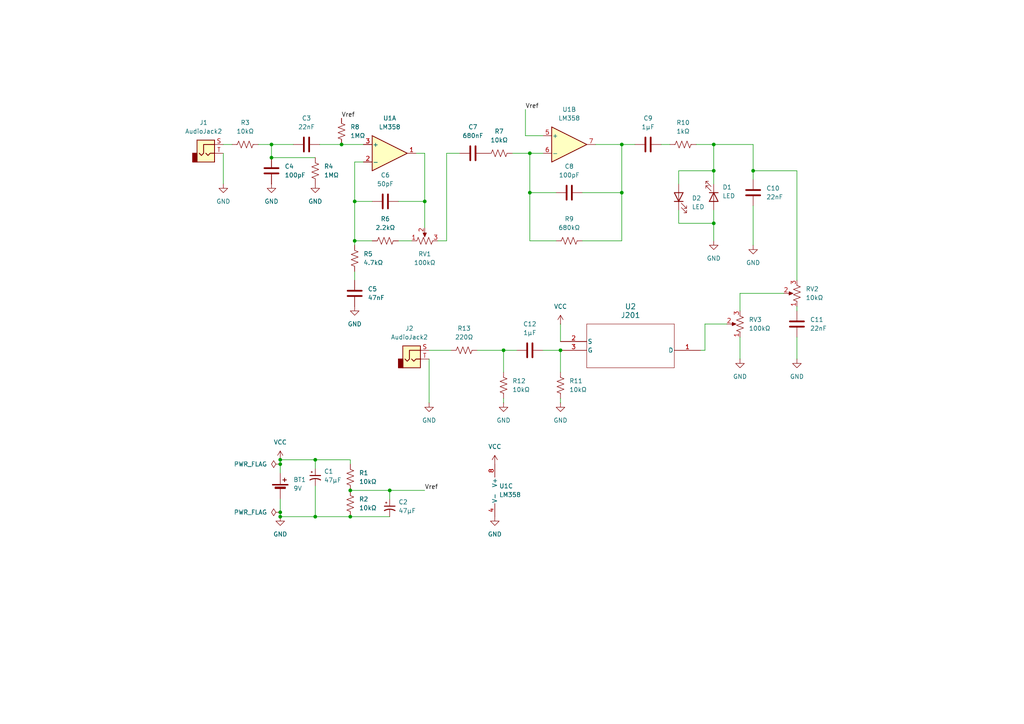
<source format=kicad_sch>
(kicad_sch (version 20250114) (generator "eeschema") (generator_version "9.0")
  (paper "A4")
  (title_block (title "Bone XL Distortion") (date "2025-07-16") (rev "1.0.0"))
  (lib_symbols
    (symbol "Amplifier_Operational:LM358" (pin_names (offset 0.127))
      (property "Reference" "U" (at 0 5.08 0))
      (property "Value" "LM358" (at 0 -5.08 0))
      (symbol "LM358_1_1"
        (polyline (pts (xy -5.08 5.08) (xy 5.08 0) (xy -5.08 -5.08) (xy -5.08 5.08)) (stroke (width 0.254)) (fill (type background)))
        (pin input line (at -7.62 2.54 0) (length 2.54) (name "+") (number "3"))
        (pin input line (at -7.62 -2.54 0) (length 2.54) (name "-") (number "2"))
        (pin output line (at 7.62 0 180) (length 2.54) (name "~") (number "1"))
      )
      (symbol "LM358_2_1"
        (polyline (pts (xy -5.08 5.08) (xy 5.08 0) (xy -5.08 -5.08) (xy -5.08 5.08)) (stroke (width 0.254)) (fill (type background)))
        (pin input line (at -7.62 2.54 0) (length 2.54) (name "+") (number "5"))
        (pin input line (at -7.62 -2.54 0) (length 2.54) (name "-") (number "6"))
        (pin output line (at 7.62 0 180) (length 2.54) (name "~") (number "7"))
      )
      (symbol "LM358_3_1"
        (pin power_in line (at -2.54 7.62 270) (length 3.81) (name "V+") (number "8"))
        (pin power_in line (at -2.54 -7.62 90) (length 3.81) (name "V-") (number "4"))
      )
    )
    (symbol "Connector_Audio:AudioJack2"
      (property "Reference" "J" (at 0 8.89 0))
      (property "Value" "AudioJack2" (at 0 6.35 0))
      (symbol "AudioJack2_0_1"
        (rectangle (start -3.81 0) (end -2.54 -2.54) (stroke (width 0.254)) (fill (type outline)))
        (rectangle (start -2.54 3.81) (end 2.54 -2.54) (stroke (width 0.254)) (fill (type background)))
        (polyline (pts (xy 0 0) (xy 0.635 -0.635) (xy 1.27 0) (xy 2.54 0)) (stroke (width 0.254)))
        (polyline (pts (xy 2.54 2.54) (xy -0.635 2.54) (xy -0.635 0) (xy -1.27 -0.635) (xy -1.905 0)) (stroke (width 0.254)))
      )
      (symbol "AudioJack2_1_1"
        (pin passive line (at 5.08 2.54 180) (length 2.54) (name "~") (number "S"))
        (pin passive line (at 5.08 0 180) (length 2.54) (name "~") (number "T"))
      )
    )
    (symbol "Device:Battery_Cell" (pin_numbers (hide yes)) (pin_names (offset 0) (hide yes))
      (property "Reference" "BT" (at 2.54 2.54 0))
      (property "Value" "Battery_Cell" (at 2.54 0 0))
      (symbol "Battery_Cell_0_1"
        (rectangle (start -2.286 1.778) (end 2.286 1.524) (fill (type outline)))
        (rectangle (start -1.524 1.016) (end 1.524 0.508) (fill (type outline)))
        (polyline (pts (xy 0 1.778) (xy 0 2.54)))
        (polyline (pts (xy 0 0.762) (xy 0 0)))
        (polyline (pts (xy 0.762 3.048) (xy 1.778 3.048)) (stroke (width 0.254)))
        (polyline (pts (xy 1.27 3.556) (xy 1.27 2.54)) (stroke (width 0.254)))
      )
      (symbol "Battery_Cell_1_1"
        (pin passive line (at 0 5.08 270) (length 2.54) (name "+") (number "1"))
        (pin passive line (at 0 -2.54 90) (length 2.54) (name "-") (number "2"))
      )
    )
    (symbol "Device:C" (pin_numbers (hide yes)) (pin_names (offset 0.254))
      (property "Reference" "C" (at 0.635 2.54 0))
      (property "Value" "C" (at 0.635 -2.54 0))
      (symbol "C_0_1"
        (polyline (pts (xy -2.032 0.762) (xy 2.032 0.762)) (stroke (width 0.508)))
        (polyline (pts (xy -2.032 -0.762) (xy 2.032 -0.762)) (stroke (width 0.508)))
      )
      (symbol "C_1_1"
        (pin passive line (at 0 3.81 270) (length 2.794) (name "~") (number "1"))
        (pin passive line (at 0 -3.81 90) (length 2.794) (name "~") (number "2"))
      )
    )
    (symbol "Device:C_Polarized_Small_US" (pin_numbers (hide yes)) (pin_names (offset 0.254) (hide yes))
      (property "Reference" "C" (at 0.254 1.778 0))
      (property "Value" "C_Polarized_Small_US" (at 0.254 -2.032 0))
      (symbol "C_Polarized_Small_US_0_1"
        (polyline (pts (xy -1.524 0.508) (xy 1.524 0.508)) (stroke (width 0.3048)))
        (polyline (pts (xy -1.27 1.524) (xy -0.762 1.524)))
        (polyline (pts (xy -1.016 1.27) (xy -1.016 1.778)))
        (arc (start -1.524 -0.762) (mid 0 -0.3734) (end 1.524 -0.762) (stroke (width 0.3048)))
      )
      (symbol "C_Polarized_Small_US_1_1"
        (pin passive line (at 0 2.54 270) (length 2.032) (name "~") (number "1"))
        (pin passive line (at 0 -2.54 90) (length 2.032) (name "~") (number "2"))
      )
    )
    (symbol "Device:LED" (pin_numbers (hide yes)) (pin_names (offset 1.016) (hide yes))
      (property "Reference" "D" (at 0 2.54 0))
      (property "Value" "LED" (at 0 -2.54 0))
      (symbol "LED_0_1"
        (polyline (pts (xy -3.048 -0.762) (xy -4.572 -2.286) (xy -3.81 -2.286) (xy -4.572 -2.286) (xy -4.572 -1.524)))
        (polyline (pts (xy -1.778 -0.762) (xy -3.302 -2.286) (xy -2.54 -2.286) (xy -3.302 -2.286) (xy -3.302 -1.524)))
        (polyline (pts (xy -1.27 0) (xy 1.27 0)))
        (polyline (pts (xy -1.27 -1.27) (xy -1.27 1.27)) (stroke (width 0.254)))
        (polyline (pts (xy 1.27 -1.27) (xy 1.27 1.27) (xy -1.27 0) (xy 1.27 -1.27)) (stroke (width 0.254)))
      )
      (symbol "LED_1_1"
        (pin passive line (at -3.81 0 0) (length 2.54) (name "K") (number "1"))
        (pin passive line (at 3.81 0 180) (length 2.54) (name "A") (number "2"))
      )
    )
    (symbol "Device:R_Potentiometer_US" (pin_names (offset 1.016) (hide yes))
      (property "Reference" "RV" (at -4.445 0 90))
      (property "Value" "R_Potentiometer_US" (at -2.54 0 90))
      (symbol "R_Potentiometer_US_0_1"
        (polyline (pts (xy 0 2.54) (xy 0 2.286)))
        (polyline (pts (xy 0 2.286) (xy 1.016 1.905) (xy 0 1.524) (xy -1.016 1.143) (xy 0 0.762)))
        (polyline (pts (xy 0 0.762) (xy 1.016 0.381) (xy 0 0) (xy -1.016 -0.381) (xy 0 -0.762)))
        (polyline (pts (xy 0 -0.762) (xy 1.016 -1.143) (xy 0 -1.524) (xy -1.016 -1.905) (xy 0 -2.286)))
        (polyline (pts (xy 0 -2.286) (xy 0 -2.54)))
        (polyline (pts (xy 1.143 0) (xy 2.286 0.508) (xy 2.286 -0.508) (xy 1.143 0)) (fill (type outline)))
        (polyline (pts (xy 2.54 0) (xy 1.524 0)))
      )
      (symbol "R_Potentiometer_US_1_1"
        (pin passive line (at 0 3.81 270) (length 1.27) (name "1") (number "1"))
        (pin passive line (at 0 -3.81 90) (length 1.27) (name "3") (number "3"))
        (pin passive line (at 3.81 0 180) (length 1.27) (name "2") (number "2"))
      )
    )
    (symbol "Device:R_US" (pin_numbers (hide yes)) (pin_names (offset 0))
      (property "Reference" "R" (at 2.54 0 90))
      (property "Value" "R_US" (at -2.54 0 90))
      (symbol "R_US_0_1"
        (polyline (pts (xy 0 2.286) (xy 0 2.54)))
        (polyline (pts (xy 0 2.286) (xy 1.016 1.905) (xy 0 1.524) (xy -1.016 1.143) (xy 0 0.762)))
        (polyline (pts (xy 0 0.762) (xy 1.016 0.381) (xy 0 0) (xy -1.016 -0.381) (xy 0 -0.762)))
        (polyline (pts (xy 0 -0.762) (xy 1.016 -1.143) (xy 0 -1.524) (xy -1.016 -1.905) (xy 0 -2.286)))
        (polyline (pts (xy 0 -2.286) (xy 0 -2.54)))
      )
      (symbol "R_US_1_1"
        (pin passive line (at 0 3.81 270) (length 1.27) (name "~") (number "1"))
        (pin passive line (at 0 -3.81 90) (length 1.27) (name "~") (number "2"))
      )
    )
    (symbol "J201:J201" (pin_names (offset 0.254))
      (property "Reference" "U" (at 20.32 10.16 0))
      (property "Value" "J201" (at 20.32 7.62 0))
      (symbol "J201_0_1"
        (polyline (pts (xy 7.62 5.08) (xy 7.62 -7.62)) (stroke (width 0.127)))
        (polyline (pts (xy 7.62 -7.62) (xy 33.02 -7.62)) (stroke (width 0.127)))
        (polyline (pts (xy 33.02 5.08) (xy 7.62 5.08)) (stroke (width 0.127)))
        (polyline (pts (xy 33.02 -7.62) (xy 33.02 5.08)) (stroke (width 0.127)))
        (pin input line (at 0 0 0) (length 7.62) (name "D") (number "1"))
      )
      (symbol "J201_1_1"
        (pin output line (at 40.64 0 180) (length 7.62) (name "G") (number "3"))
        (pin power_in line (at 40.64 -2.54 180) (length 7.62) (name "S") (number "2"))
      )
    )
    (symbol "LED_1" (pin_numbers (hide yes)) (pin_names (offset 1.016) (hide yes))
      (property "Reference" "D" (at 0 2.54 0))
      (property "Value" "LED" (at 0 -2.54 0))
      (symbol "LED_1_0_1"
        (polyline (pts (xy -3.048 -0.762) (xy -4.572 -2.286) (xy -3.81 -2.286) (xy -4.572 -2.286) (xy -4.572 -1.524)))
        (polyline (pts (xy -1.778 -0.762) (xy -3.302 -2.286) (xy -2.54 -2.286) (xy -3.302 -2.286) (xy -3.302 -1.524)))
        (polyline (pts (xy -1.27 0) (xy 1.27 0)))
        (polyline (pts (xy -1.27 -1.27) (xy -1.27 1.27)) (stroke (width 0.254)))
        (polyline (pts (xy 1.27 -1.27) (xy 1.27 1.27) (xy -1.27 0) (xy 1.27 -1.27)) (stroke (width 0.254)))
      )
      (symbol "LED_1_1_1"
        (pin passive line (at -3.81 0 0) (length 2.54) (name "K") (number "1"))
        (pin passive line (at 3.81 0 180) (length 2.54) (name "A") (number "2"))
      )
    )
    (symbol "power:GND" (power) (pin_numbers (hide yes)) (pin_names (offset 0) (hide yes))
      (property "Value" "GND" (at 0 -3.81 0))
      (symbol "GND_0_1"
        (polyline (pts (xy 0 0) (xy 0 -1.27) (xy 1.27 -1.27) (xy 0 -2.54) (xy -1.27 -1.27) (xy 0 -1.27)))
      )
      (symbol "GND_1_1"
        (pin power_in line (at 0 0 270) (length 0) (name "~") (number "1"))
      )
    )
    (symbol "power:PWR_FLAG" (power) (pin_numbers (hide yes)) (pin_names (offset 0) (hide yes))
      (property "Value" "PWR_FLAG" (at 0 3.81 0))
      (symbol "PWR_FLAG_0_0"
        (pin power_out line (at 0 0 90) (length 0) (name "~") (number "1"))
      )
      (symbol "PWR_FLAG_0_1"
        (polyline (pts (xy 0 0) (xy 0 1.27) (xy -1.016 1.905) (xy 0 2.54) (xy 1.016 1.905) (xy 0 1.27)))
      )
    )
    (symbol "power:VCC" (power) (pin_numbers (hide yes)) (pin_names (offset 0) (hide yes))
      (property "Value" "VCC" (at 0 3.556 0))
      (symbol "VCC_0_1"
        (polyline (pts (xy -0.762 1.27) (xy 0 2.54)))
        (polyline (pts (xy 0 2.54) (xy 0.762 1.27)))
        (polyline (pts (xy 0 0) (xy 0 2.54)))
      )
      (symbol "VCC_1_1"
        (pin power_in line (at 0 0 90) (length 0) (name "~") (number "1"))
      )
    )
  )
  (junction (at 81.28 134.62))
  (junction (at 162.56 101.6))
  (junction (at 101.6 142.24))
  (junction (at 102.87 69.85))
  (junction (at 91.44 149.86))
  (junction (at 207.01 41.91))
  (junction (at 180.34 55.88))
  (junction (at 81.28 133.35))
  (junction (at 78.74 41.91))
  (junction (at 102.87 58.42))
  (junction (at 81.28 148.59))
  (junction (at 113.03 142.24))
  (junction (at 99.06 41.91))
  (junction (at 123.19 58.42))
  (junction (at 78.74 45.72))
  (junction (at 180.34 41.91))
  (junction (at 153.67 55.88))
  (junction (at 207.01 49.53))
  (junction (at 153.67 44.45))
  (junction (at 207.01 64.77))
  (junction (at 91.44 133.35))
  (junction (at 101.6 149.86))
  (junction (at 81.28 149.86))
  (junction (at 146.05 101.6))
  (junction (at 218.44 49.53))
  (wire (pts (xy 168.91 69.85) (xy 180.34 69.85)))
  (wire (pts (xy 180.34 55.88) (xy 180.34 41.91)))
  (wire (pts (xy 113.03 142.24) (xy 123.19 142.24)))
  (wire (pts (xy 146.05 101.6) (xy 146.05 107.95)))
  (wire (pts (xy 218.44 49.53) (xy 218.44 52.07)))
  (wire (pts (xy 218.44 41.91) (xy 218.44 49.53)))
  (wire (pts (xy 204.47 101.6) (xy 204.47 93.98)))
  (wire (pts (xy 81.28 149.86) (xy 81.28 148.59)))
  (wire (pts (xy 91.44 140.97) (xy 91.44 149.86)))
  (wire (pts (xy 214.63 85.09) (xy 227.33 85.09)))
  (wire (pts (xy 78.74 41.91) (xy 85.09 41.91)))
  (wire (pts (xy 115.57 69.85) (xy 119.38 69.85)))
  (wire (pts (xy 124.46 101.6) (xy 130.81 101.6)))
  (wire (pts (xy 218.44 59.69) (xy 218.44 71.12)))
  (wire (pts (xy 91.44 133.35) (xy 91.44 135.89)))
  (wire (pts (xy 161.29 69.85) (xy 153.67 69.85)))
  (wire (pts (xy 196.85 64.77) (xy 207.01 64.77)))
  (wire (pts (xy 74.93 41.91) (xy 78.74 41.91)))
  (wire (pts (xy 102.87 81.28) (xy 102.87 78.74)))
  (wire (pts (xy 78.74 45.72) (xy 91.44 45.72)))
  (wire (pts (xy 201.93 41.91) (xy 207.01 41.91)))
  (wire (pts (xy 207.01 41.91) (xy 218.44 41.91)))
  (wire (pts (xy 102.87 58.42) (xy 107.95 58.42)))
  (wire (pts (xy 102.87 69.85) (xy 102.87 71.12)))
  (wire (pts (xy 102.87 46.99) (xy 102.87 58.42)))
  (wire (pts (xy 91.44 133.35) (xy 101.6 133.35)))
  (wire (pts (xy 157.48 44.45) (xy 153.67 44.45)))
  (wire (pts (xy 129.54 44.45) (xy 133.35 44.45)))
  (wire (pts (xy 115.57 58.42) (xy 123.19 58.42)))
  (wire (pts (xy 207.01 49.53) (xy 196.85 49.53)))
  (wire (pts (xy 113.03 149.86) (xy 101.6 149.86)))
  (wire (pts (xy 153.67 44.45) (xy 148.59 44.45)))
  (wire (pts (xy 101.6 149.86) (xy 91.44 149.86)))
  (wire (pts (xy 184.15 41.91) (xy 180.34 41.91)))
  (wire (pts (xy 157.48 39.37) (xy 152.4 39.37)))
  (wire (pts (xy 153.67 69.85) (xy 153.67 55.88)))
  (wire (pts (xy 231.14 97.79) (xy 231.14 104.14)))
  (wire (pts (xy 64.77 44.45) (xy 64.77 53.34)))
  (wire (pts (xy 207.01 49.53) (xy 207.01 53.34)))
  (wire (pts (xy 180.34 69.85) (xy 180.34 55.88)))
  (wire (pts (xy 152.4 31.75) (xy 152.4 39.37)))
  (wire (pts (xy 101.6 133.35) (xy 101.6 134.62)))
  (wire (pts (xy 214.63 85.09) (xy 214.63 90.17)))
  (wire (pts (xy 162.56 101.6) (xy 162.56 107.95)))
  (wire (pts (xy 102.87 46.99) (xy 105.41 46.99)))
  (wire (pts (xy 127 69.85) (xy 129.54 69.85)))
  (wire (pts (xy 196.85 60.96) (xy 196.85 64.77)))
  (wire (pts (xy 204.47 93.98) (xy 210.82 93.98)))
  (wire (pts (xy 214.63 97.79) (xy 214.63 104.14)))
  (wire (pts (xy 99.06 41.91) (xy 105.41 41.91)))
  (wire (pts (xy 102.87 69.85) (xy 107.95 69.85)))
  (wire (pts (xy 161.29 55.88) (xy 153.67 55.88)))
  (wire (pts (xy 153.67 55.88) (xy 153.67 44.45)))
  (wire (pts (xy 78.74 41.91) (xy 78.74 45.72)))
  (wire (pts (xy 149.86 101.6) (xy 146.05 101.6)))
  (wire (pts (xy 91.44 149.86) (xy 81.28 149.86)))
  (wire (pts (xy 120.65 44.45) (xy 123.19 44.45)))
  (wire (pts (xy 207.01 60.96) (xy 207.01 64.77)))
  (wire (pts (xy 162.56 115.57) (xy 162.56 116.84)))
  (wire (pts (xy 81.28 133.35) (xy 91.44 133.35)))
  (wire (pts (xy 194.31 41.91) (xy 191.77 41.91)))
  (wire (pts (xy 203.2 101.6) (xy 204.47 101.6)))
  (wire (pts (xy 168.91 55.88) (xy 180.34 55.88)))
  (wire (pts (xy 172.72 41.91) (xy 180.34 41.91)))
  (wire (pts (xy 113.03 142.24) (xy 113.03 144.78)))
  (wire (pts (xy 231.14 88.9) (xy 231.14 90.17)))
  (wire (pts (xy 123.19 58.42) (xy 123.19 66.04)))
  (wire (pts (xy 162.56 93.98) (xy 162.56 99.06)))
  (wire (pts (xy 138.43 101.6) (xy 146.05 101.6)))
  (wire (pts (xy 207.01 41.91) (xy 207.01 49.53)))
  (wire (pts (xy 162.56 101.6) (xy 157.48 101.6)))
  (wire (pts (xy 102.87 58.42) (xy 102.87 69.85)))
  (wire (pts (xy 92.71 41.91) (xy 99.06 41.91)))
  (wire (pts (xy 146.05 115.57) (xy 146.05 116.84)))
  (wire (pts (xy 196.85 49.53) (xy 196.85 53.34)))
  (wire (pts (xy 81.28 144.78) (xy 81.28 148.59)))
  (wire (pts (xy 207.01 64.77) (xy 207.01 69.85)))
  (wire (pts (xy 129.54 69.85) (xy 129.54 44.45)))
  (wire (pts (xy 218.44 49.53) (xy 231.14 49.53)))
  (wire (pts (xy 124.46 104.14) (xy 124.46 116.84)))
  (wire (pts (xy 231.14 49.53) (xy 231.14 81.28)))
  (wire (pts (xy 81.28 134.62) (xy 81.28 133.35)))
  (wire (pts (xy 64.77 41.91) (xy 67.31 41.91)))
  (wire (pts (xy 101.6 142.24) (xy 113.03 142.24)))
  (wire (pts (xy 81.28 137.16) (xy 81.28 134.62)))
  (wire (pts (xy 123.19 44.45) (xy 123.19 58.42)))
  (label "Vref" (at 123.19 142.24 0))
  (label "Vref" (at 152.4 31.75 0))
  (label "Vref" (at 99.06 34.29 0))
  (symbol (lib_id "Device:LED") (at 207.01 57.15 270) (unit 1)
    (property "Reference" "D1" (at 209.55 54.2924 90) (effects (justify left)))
    (property "Value" "LED" (at 209.55 56.8324 90) (effects (justify left)))
    (property "Footprint" "LED_THT:LED_D3.0mm" (effects (hide yes)))
    (property "Description" "Light emitting diode" (effects (hide yes)))
    (property "Sim.Pins" "1=K 2=A" (effects (hide yes)))
  )
  (symbol (lib_id "power:VCC") (at 143.51 134.62 0) (unit 1)
    (property "Reference" "#PWR015" (effects (hide yes)))
    (property "Value" "VCC" (at 143.51 129.54 0))
    (property "Description" "Power symbol creates a global label with name \"VCC\"" (effects (hide yes)))
  )
  (symbol (lib_id "power:GND") (at 64.77 53.34 0) (unit 1)
    (property "Reference" "#PWR03" (effects (hide yes)))
    (property "Value" "GND" (at 64.77 58.42 0))
    (property "Description" "Power symbol creates a global label with name \"GND\" , ground" (effects (hide yes)))
  )
  (symbol (lib_id "Device:Battery_Cell") (at 81.28 142.24 0) (unit 1)
    (property "Reference" "BT1" (at 85.09 139.1284 0) (effects (justify left)))
    (property "Value" "9V" (at 85.09 141.6684 0) (effects (justify left)))
    (property "Footprint" "standard_symbols:THT_Wire_Holes_x2" (effects (hide yes)))
    (property "Description" "Single-cell battery" (effects (hide yes)))
  )
  (symbol (lib_id "power:GND") (at 78.74 53.34 0) (unit 1)
    (property "Reference" "#PWR04" (effects (hide yes)))
    (property "Value" "GND" (at 78.74 58.42 0))
    (property "Description" "Power symbol creates a global label with name \"GND\" , ground" (effects (hide yes)))
  )
  (symbol (lib_id "Device:R_US") (at 71.12 41.91 90) (unit 1)
    (property "Reference" "R3" (at 71.12 35.56 90))
    (property "Value" "10kΩ" (at 71.12 38.1 90))
    (property "Footprint" "Resistor_THT:R_Axial_DIN0309_L9.0mm_D3.2mm_P12.70mm_Horizontal" (effects (hide yes)))
    (property "Description" "Resistor, US symbol" (effects (hide yes)))
  )
  (symbol (lib_id "Device:C_Polarized_Small_US") (at 113.03 147.32 0) (unit 1)
    (property "Reference" "C2" (at 115.57 145.6181 0) (effects (justify left)))
    (property "Value" "47µF" (at 115.57 148.1581 0) (effects (justify left)))
    (property "Footprint" "Capacitor_THT:CP_Radial_D6.3mm_P2.50mm" (effects (hide yes)))
    (property "Description" "Polarized capacitor, small US symbol" (effects (hide yes)))
  )
  (symbol (lib_id "Device:C") (at 137.16 44.45 90) (unit 1)
    (property "Reference" "C7" (at 137.16 36.83 90))
    (property "Value" "680nF" (at 137.16 39.37 90))
    (property "Footprint" "Capacitor_THT:C_Disc_D3.0mm_W2.0mm_P2.50mm" (effects (hide yes)))
    (property "Description" "Unpolarized capacitor" (effects (hide yes)))
  )
  (symbol (lib_id "Device:R_US") (at 102.87 74.93 0) (unit 1)
    (property "Reference" "R5" (at 105.41 73.6599 0) (effects (justify left)))
    (property "Value" "4.7kΩ" (at 105.41 76.1999 0) (effects (justify left)))
    (property "Footprint" "Resistor_THT:R_Axial_DIN0309_L9.0mm_D3.2mm_P12.70mm_Horizontal" (effects (hide yes)))
    (property "Description" "Resistor, US symbol" (effects (hide yes)))
  )
  (symbol (lib_id "Device:R_US") (at 198.12 41.91 90) (unit 1)
    (property "Reference" "R10" (at 198.12 35.56 90))
    (property "Value" "1kΩ" (at 198.12 38.1 90))
    (property "Footprint" "Resistor_THT:R_Axial_DIN0309_L9.0mm_D3.2mm_P12.70mm_Horizontal" (effects (hide yes)))
    (property "Description" "Resistor, US symbol" (effects (hide yes)))
  )
  (symbol (lib_id "power:VCC") (at 81.28 133.35 0) (unit 1)
    (property "Reference" "#PWR01" (effects (hide yes)))
    (property "Value" "VCC" (at 81.28 128.27 0))
    (property "Description" "Power symbol creates a global label with name \"VCC\"" (effects (hide yes)))
  )
  (symbol (lib_id "Amplifier_Operational:LM358") (at 113.03 44.45 0) (unit 1)
    (property "Reference" "U1" (at 113.03 34.29 0))
    (property "Value" "LM358" (at 113.03 36.83 0))
    (property "Footprint" "Package_DIP:DIP-8_W7.62mm" (effects (hide yes)))
    (property "Datasheet" "http://www.ti.com/lit/ds/symlink/lm2904-n.pdf" (effects (hide yes)))
    (property "Description" "Low-Power, Dual Operational Amplifiers, DIP-8/SOIC-8/TO-99-8" (effects (hide yes)))
  )
  (symbol (lib_id "Connector_Audio:AudioJack2") (at 59.69 44.45 0) (unit 1)
    (property "Reference" "J1" (at 59.055 35.56 0))
    (property "Value" "AudioJack2" (at 59.055 38.1 0))
    (property "Footprint" "standard_symbols:THT_Offboard_Audio" (effects (hide yes)))
    (property "Description" "Audio Jack, 2 Poles (Mono / TS)" (effects (hide yes)))
  )
  (symbol (lib_id "power:PWR_FLAG") (at 81.28 148.59 90) (unit 1)
    (property "Reference" "#FLG02" (effects (hide yes)))
    (property "Value" "PWR_FLAG" (at 77.47 148.5899 90) (effects (justify left)))
    (property "Description" "Special symbol for telling ERC where power comes from" (effects (hide yes)))
  )
  (symbol (lib_id "Device:R_US") (at 165.1 69.85 90) (unit 1)
    (property "Reference" "R9" (at 165.1 63.5 90))
    (property "Value" "680kΩ" (at 165.1 66.04 90))
    (property "Footprint" "Resistor_THT:R_Axial_DIN0309_L9.0mm_D3.2mm_P12.70mm_Horizontal" (effects (hide yes)))
    (property "Description" "Resistor, US symbol" (effects (hide yes)))
  )
  (symbol (lib_id "Device:R_US") (at 146.05 111.76 0) (unit 1)
    (property "Reference" "R12" (at 148.59 110.4899 0) (effects (justify left)))
    (property "Value" "10kΩ" (at 148.59 113.0299 0) (effects (justify left)))
    (property "Footprint" "Resistor_THT:R_Axial_DIN0309_L9.0mm_D3.2mm_P12.70mm_Horizontal" (effects (hide yes)))
    (property "Description" "Resistor, US symbol" (effects (hide yes)))
  )
  (symbol (lib_id "Device:R_US") (at 101.6 146.05 0) (unit 1)
    (property "Reference" "R2" (at 104.14 144.7799 0) (effects (justify left)))
    (property "Value" "10kΩ" (at 104.14 147.3199 0) (effects (justify left)))
    (property "Footprint" "Resistor_THT:R_Axial_DIN0207_L6.3mm_D2.5mm_P5.08mm_Vertical" (effects (hide yes)))
    (property "Description" "Resistor, US symbol" (effects (hide yes)))
  )
  (symbol (lib_id "power:PWR_FLAG") (at 81.28 134.62 90) (unit 1)
    (property "Reference" "#FLG01" (effects (hide yes)))
    (property "Value" "PWR_FLAG" (at 77.47 134.6199 90) (effects (justify left)))
    (property "Description" "Special symbol for telling ERC where power comes from" (effects (hide yes)))
  )
  (symbol (lib_id "Device:C") (at 153.67 101.6 90) (unit 1)
    (property "Reference" "C12" (at 153.67 93.98 90))
    (property "Value" "1µF" (at 153.67 96.52 90))
    (property "Footprint" "Capacitor_THT:C_Disc_D3.0mm_W2.0mm_P2.50mm" (effects (hide yes)))
    (property "Description" "Unpolarized capacitor" (effects (hide yes)))
  )
  (symbol (lib_id "power:GND") (at 146.05 116.84 0) (unit 1)
    (property "Reference" "#PWR013" (effects (hide yes)))
    (property "Value" "GND" (at 146.05 121.92 0))
    (property "Description" "Power symbol creates a global label with name \"GND\" , ground" (effects (hide yes)))
  )
  (symbol (lib_id "Amplifier_Operational:LM358") (at 165.1 41.91 0) (unit 2)
    (property "Reference" "U1" (at 165.1 31.75 0))
    (property "Value" "LM358" (at 165.1 34.29 0))
    (property "Footprint" "Package_DIP:DIP-8_W7.62mm" (effects (hide yes)))
    (property "Datasheet" "http://www.ti.com/lit/ds/symlink/lm2904-n.pdf" (effects (hide yes)))
    (property "Description" "Low-Power, Dual Operational Amplifiers, DIP-8/SOIC-8/TO-99-8" (effects (hide yes)))
  )
  (symbol (lib_id "power:GND") (at 207.01 69.85 0) (unit 1)
    (property "Reference" "#PWR08" (effects (hide yes)))
    (property "Value" "GND" (at 207.01 74.93 0))
    (property "Description" "Power symbol creates a global label with name \"GND\" , ground" (effects (hide yes)))
  )
  (symbol (lib_id "Device:R_Potentiometer_US") (at 123.19 69.85 90) (unit 1)
    (property "Reference" "RV1" (at 123.19 73.66 90))
    (property "Value" "100kΩ" (at 123.19 76.2 90))
    (property "Footprint" "standard_symbols:THT_Wire_Holes_x3" (effects (hide yes)))
    (property "Description" "Potentiometer, US symbol" (effects (hide yes)))
  )
  (symbol (lib_id "Device:C_Polarized_Small_US") (at 91.44 138.43 0) (unit 1)
    (property "Reference" "C1" (at 93.98 136.7281 0) (effects (justify left)))
    (property "Value" "47µF" (at 93.98 139.2681 0) (effects (justify left)))
    (property "Footprint" "Capacitor_THT:CP_Radial_D6.3mm_P2.50mm" (effects (hide yes)))
    (property "Description" "Polarized capacitor, small US symbol" (effects (hide yes)))
  )
  (symbol (lib_id "Device:R_US") (at 144.78 44.45 90) (unit 1)
    (property "Reference" "R7" (at 144.78 38.1 90))
    (property "Value" "10kΩ" (at 144.78 40.64 90))
    (property "Footprint" "Resistor_THT:R_Axial_DIN0309_L9.0mm_D3.2mm_P12.70mm_Horizontal" (effects (hide yes)))
    (property "Description" "Resistor, US symbol" (effects (hide yes)))
  )
  (symbol (lib_id "Connector_Audio:AudioJack2") (at 119.38 104.14 0) (unit 1)
    (property "Reference" "J2" (at 118.745 95.25 0))
    (property "Value" "AudioJack2" (at 118.745 97.79 0))
    (property "Footprint" "standard_symbols:THT_Offboard_Audio" (effects (hide yes)))
    (property "Description" "Audio Jack, 2 Poles (Mono / TS)" (effects (hide yes)))
  )
  (symbol (lib_id "J201:J201") (at 203.2 101.6 180) (unit 1)
    (property "Reference" "U2" (at 182.88 88.9 0) (effects (font (size 1.524 1.524))))
    (property "Value" "J201" (at 182.88 91.44 0) (effects (font (size 1.524 1.524))))
    (property "Footprint" "footprints:TO-92-3_4P58X4P58_ONS" (effects (hide yes)))
    (property "Datasheet" "J201" (effects (hide yes)))
  )
  (symbol (lib_id "Device:C") (at 187.96 41.91 90) (unit 1)
    (property "Reference" "C9" (at 187.96 34.29 90))
    (property "Value" "1µF" (at 187.96 36.83 90))
    (property "Footprint" "Capacitor_THT:C_Disc_D3.0mm_W2.0mm_P2.50mm" (effects (hide yes)))
    (property "Description" "Unpolarized capacitor" (effects (hide yes)))
  )
  (symbol (lib_id "Device:R_US") (at 101.6 138.43 0) (unit 1)
    (property "Reference" "R1" (at 104.14 137.1599 0) (effects (justify left)))
    (property "Value" "10kΩ" (at 104.14 139.6999 0) (effects (justify left)))
    (property "Footprint" "Resistor_THT:R_Axial_DIN0411_L9.9mm_D3.6mm_P12.70mm_Horizontal" (effects (hide yes)))
    (property "Description" "Resistor, US symbol" (effects (hide yes)))
  )
  (symbol (lib_id "power:GND") (at 214.63 104.14 0) (unit 1)
    (property "Reference" "#PWR011" (effects (hide yes)))
    (property "Value" "GND" (at 214.63 109.22 0))
    (property "Description" "Power symbol creates a global label with name \"GND\" , ground" (effects (hide yes)))
  )
  (symbol (lib_id "Device:C") (at 102.87 85.09 0) (unit 1)
    (property "Reference" "C5" (at 106.68 83.8199 0) (effects (justify left)))
    (property "Value" "47nF" (at 106.68 86.3599 0) (effects (justify left)))
    (property "Footprint" "Capacitor_THT:C_Disc_D3.0mm_W2.0mm_P2.50mm" (effects (hide yes)))
    (property "Description" "Unpolarized capacitor" (effects (hide yes)))
  )
  (symbol (lib_id "Device:C") (at 218.44 55.88 0) (unit 1)
    (property "Reference" "C10" (at 222.25 54.6099 0) (effects (justify left)))
    (property "Value" "22nF" (at 222.25 57.1499 0) (effects (justify left)))
    (property "Footprint" "Capacitor_THT:C_Disc_D3.0mm_W2.0mm_P2.50mm" (effects (hide yes)))
    (property "Description" "Unpolarized capacitor" (effects (hide yes)))
  )
  (symbol (lib_id "Amplifier_Operational:LM358") (at 146.05 142.24 0) (unit 3)
    (property "Reference" "U1" (at 144.78 140.9699 0) (effects (justify left)))
    (property "Value" "LM358" (at 144.78 143.5099 0) (effects (justify left)))
    (property "Footprint" "Package_DIP:DIP-8_W7.62mm" (effects (hide yes)))
    (property "Datasheet" "http://www.ti.com/lit/ds/symlink/lm2904-n.pdf" (effects (hide yes)))
    (property "Description" "Low-Power, Dual Operational Amplifiers, DIP-8/SOIC-8/TO-99-8" (effects (hide yes)))
  )
  (symbol (lib_id "Device:R_US") (at 111.76 69.85 90) (unit 1)
    (property "Reference" "R6" (at 111.76 63.5 90))
    (property "Value" "2.2kΩ" (at 111.76 66.04 90))
    (property "Footprint" "Resistor_THT:R_Axial_DIN0309_L9.0mm_D3.2mm_P12.70mm_Horizontal" (effects (hide yes)))
    (property "Description" "Resistor, US symbol" (effects (hide yes)))
  )
  (symbol (lib_id "power:GND") (at 124.46 116.84 0) (unit 1)
    (property "Reference" "#PWR014" (effects (hide yes)))
    (property "Value" "GND" (at 124.46 121.92 0))
    (property "Description" "Power symbol creates a global label with name \"GND\" , ground" (effects (hide yes)))
  )
  (symbol (lib_id "power:GND") (at 231.14 104.14 0) (unit 1)
    (property "Reference" "#PWR010" (effects (hide yes)))
    (property "Value" "GND" (at 231.14 109.22 0))
    (property "Description" "Power symbol creates a global label with name \"GND\" , ground" (effects (hide yes)))
  )
  (symbol (lib_id "Device:R_US") (at 91.44 49.53 0) (unit 1)
    (property "Reference" "R4" (at 93.98 48.2599 0) (effects (justify left)))
    (property "Value" "1MΩ" (at 93.98 50.7999 0) (effects (justify left)))
    (property "Footprint" "Resistor_THT:R_Axial_DIN0309_L9.0mm_D3.2mm_P12.70mm_Horizontal" (effects (hide yes)))
    (property "Description" "Resistor, US symbol" (effects (hide yes)))
  )
  (symbol (lib_id "Device:R_US") (at 162.56 111.76 0) (unit 1)
    (property "Reference" "R11" (at 165.1 110.4899 0) (effects (justify left)))
    (property "Value" "10kΩ" (at 165.1 113.0299 0) (effects (justify left)))
    (property "Footprint" "Resistor_THT:R_Axial_DIN0309_L9.0mm_D3.2mm_P12.70mm_Horizontal" (effects (hide yes)))
    (property "Description" "Resistor, US symbol" (effects (hide yes)))
  )
  (symbol (lib_id "Device:C") (at 78.74 49.53 0) (unit 1)
    (property "Reference" "C4" (at 82.55 48.2599 0) (effects (justify left)))
    (property "Value" "100pF" (at 82.55 50.7999 0) (effects (justify left)))
    (property "Footprint" "Capacitor_THT:C_Disc_D3.0mm_W2.0mm_P2.50mm" (effects (hide yes)))
    (property "Description" "Unpolarized capacitor" (effects (hide yes)))
  )
  (symbol (lib_id "Device:R_Potentiometer_US") (at 214.63 93.98 180) (unit 1)
    (property "Reference" "RV3" (at 217.17 92.7099 0) (effects (justify right)))
    (property "Value" "100kΩ" (at 217.17 95.2499 0) (effects (justify right)))
    (property "Footprint" "standard_symbols:THT_Wire_Holes_x3" (effects (hide yes)))
    (property "Description" "Potentiometer, US symbol" (effects (hide yes)))
  )
  (symbol (lib_id "power:GND") (at 162.56 116.84 0) (unit 1)
    (property "Reference" "#PWR012" (effects (hide yes)))
    (property "Value" "GND" (at 162.56 121.92 0))
    (property "Description" "Power symbol creates a global label with name \"GND\" , ground" (effects (hide yes)))
  )
  (symbol (lib_name "LED_1") (lib_id "Device:LED") (at 196.85 57.15 90) (unit 1)
    (property "Reference" "D2" (at 200.66 57.4674 90) (effects (justify right)))
    (property "Value" "LED" (at 200.66 60.0074 90) (effects (justify right)))
    (property "Footprint" "LED_THT:LED_D3.0mm" (effects (hide yes)))
    (property "Description" "Light emitting diode" (effects (hide yes)))
    (property "Sim.Pins" "1=K 2=A" (effects (hide yes)))
  )
  (symbol (lib_id "power:GND") (at 143.51 149.86 0) (unit 1)
    (property "Reference" "#PWR07" (effects (hide yes)))
    (property "Value" "GND" (at 143.51 154.94 0))
    (property "Description" "Power symbol creates a global label with name \"GND\" , ground" (effects (hide yes)))
  )
  (symbol (lib_id "Device:C") (at 231.14 93.98 0) (unit 1)
    (property "Reference" "C11" (at 234.95 92.7099 0) (effects (justify left)))
    (property "Value" "22nF" (at 234.95 95.2499 0) (effects (justify left)))
    (property "Footprint" "Capacitor_THT:C_Disc_D3.0mm_W2.0mm_P2.50mm" (effects (hide yes)))
    (property "Description" "Unpolarized capacitor" (effects (hide yes)))
  )
  (symbol (lib_id "power:GND") (at 81.28 149.86 0) (unit 1)
    (property "Reference" "#PWR02" (effects (hide yes)))
    (property "Value" "GND" (at 81.28 154.94 0))
    (property "Description" "Power symbol creates a global label with name \"GND\" , ground" (effects (hide yes)))
  )
  (symbol (lib_id "Device:C") (at 88.9 41.91 90) (unit 1)
    (property "Reference" "C3" (at 88.9 34.29 90))
    (property "Value" "22nF" (at 88.9 36.83 90))
    (property "Footprint" "Capacitor_THT:C_Disc_D3.0mm_W2.0mm_P2.50mm" (effects (hide yes)))
    (property "Description" "Unpolarized capacitor" (effects (hide yes)))
  )
  (symbol (lib_id "Device:R_US") (at 99.06 38.1 0) (unit 1)
    (property "Reference" "R8" (at 101.6 36.8299 0) (effects (justify left)))
    (property "Value" "1MΩ" (at 101.6 39.3699 0) (effects (justify left)))
    (property "Footprint" "Resistor_THT:R_Axial_DIN0309_L9.0mm_D3.2mm_P12.70mm_Horizontal" (effects (hide yes)))
    (property "Description" "Resistor, US symbol" (effects (hide yes)))
  )
  (symbol (lib_id "power:VCC") (at 162.56 93.98 0) (unit 1)
    (property "Reference" "#PWR016" (effects (hide yes)))
    (property "Value" "VCC" (at 162.56 88.9 0))
    (property "Description" "Power symbol creates a global label with name \"VCC\"" (effects (hide yes)))
  )
  (symbol (lib_id "Device:C") (at 111.76 58.42 90) (unit 1)
    (property "Reference" "C6" (at 111.76 50.8 90))
    (property "Value" "50pF" (at 111.76 53.34 90))
    (property "Footprint" "Capacitor_THT:C_Disc_D3.0mm_W2.0mm_P2.50mm" (effects (hide yes)))
    (property "Description" "Unpolarized capacitor" (effects (hide yes)))
  )
  (symbol (lib_id "Device:R_Potentiometer_US") (at 231.14 85.09 180) (unit 1)
    (property "Reference" "RV2" (at 233.68 83.8199 0) (effects (justify right)))
    (property "Value" "10kΩ" (at 233.68 86.3599 0) (effects (justify right)))
    (property "Footprint" "standard_symbols:THT_Wire_Holes_x3" (effects (hide yes)))
    (property "Description" "Potentiometer, US symbol" (effects (hide yes)))
  )
  (symbol (lib_id "power:GND") (at 218.44 71.12 0) (unit 1)
    (property "Reference" "#PWR09" (effects (hide yes)))
    (property "Value" "GND" (at 218.44 76.2 0))
    (property "Description" "Power symbol creates a global label with name \"GND\" , ground" (effects (hide yes)))
  )
  (symbol (lib_id "Device:C") (at 165.1 55.88 90) (unit 1)
    (property "Reference" "C8" (at 165.1 48.26 90))
    (property "Value" "100pF" (at 165.1 50.8 90))
    (property "Footprint" "Capacitor_THT:C_Disc_D3.0mm_W2.0mm_P2.50mm" (effects (hide yes)))
    (property "Description" "Unpolarized capacitor" (effects (hide yes)))
  )
  (symbol (lib_id "power:GND") (at 91.44 53.34 0) (unit 1)
    (property "Reference" "#PWR05" (effects (hide yes)))
    (property "Value" "GND" (at 91.44 58.42 0))
    (property "Description" "Power symbol creates a global label with name \"GND\" , ground" (effects (hide yes)))
  )
  (symbol (lib_id "Device:R_US") (at 134.62 101.6 90) (unit 1)
    (property "Reference" "R13" (at 134.62 95.25 90))
    (property "Value" "220Ω" (at 134.62 97.79 90))
    (property "Footprint" "Resistor_THT:R_Axial_DIN0309_L9.0mm_D3.2mm_P12.70mm_Horizontal" (effects (hide yes)))
    (property "Description" "Resistor, US symbol" (effects (hide yes)))
  )
  (symbol (lib_id "power:GND") (at 102.87 88.9 0) (unit 1)
    (property "Reference" "#PWR06" (effects (hide yes)))
    (property "Value" "GND" (at 102.87 93.98 0))
    (property "Description" "Power symbol creates a global label with name \"GND\" , ground" (effects (hide yes)))
  )
)
</source>
